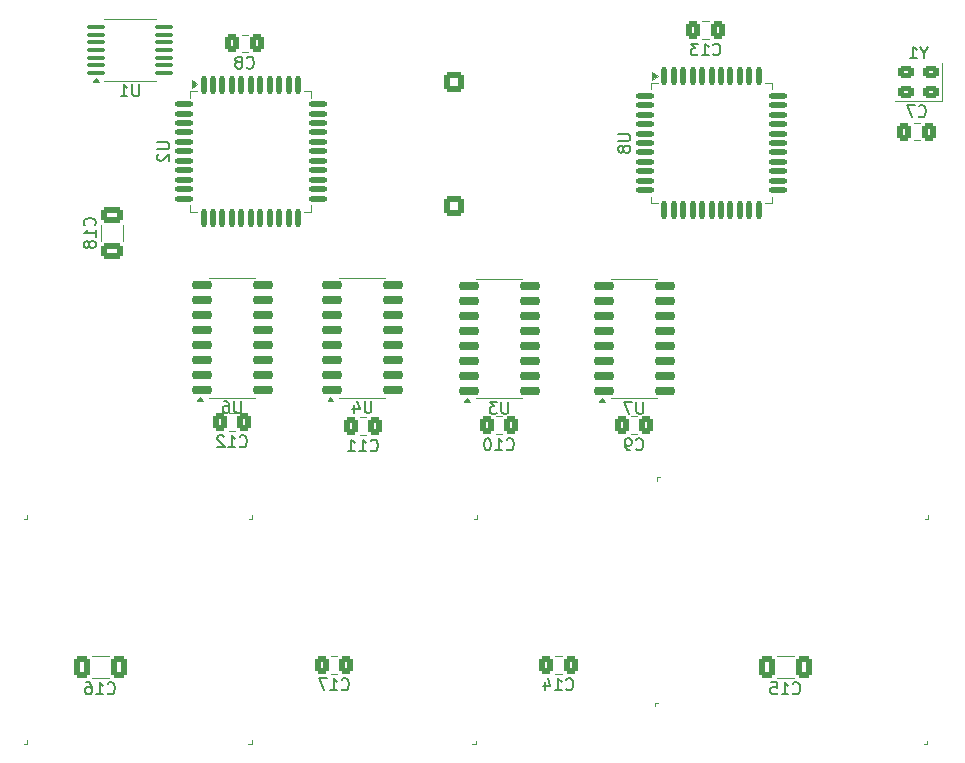
<source format=gbr>
%TF.GenerationSoftware,KiCad,Pcbnew,9.0.3*%
%TF.CreationDate,2025-08-24T22:33:59+02:00*%
%TF.ProjectId,test,74657374-2e6b-4696-9361-645f70636258,rev?*%
%TF.SameCoordinates,Original*%
%TF.FileFunction,Legend,Bot*%
%TF.FilePolarity,Positive*%
%FSLAX46Y46*%
G04 Gerber Fmt 4.6, Leading zero omitted, Abs format (unit mm)*
G04 Created by KiCad (PCBNEW 9.0.3) date 2025-08-24 22:33:59*
%MOMM*%
%LPD*%
G01*
G04 APERTURE LIST*
G04 Aperture macros list*
%AMRoundRect*
0 Rectangle with rounded corners*
0 $1 Rounding radius*
0 $2 $3 $4 $5 $6 $7 $8 $9 X,Y pos of 4 corners*
0 Add a 4 corners polygon primitive as box body*
4,1,4,$2,$3,$4,$5,$6,$7,$8,$9,$2,$3,0*
0 Add four circle primitives for the rounded corners*
1,1,$1+$1,$2,$3*
1,1,$1+$1,$4,$5*
1,1,$1+$1,$6,$7*
1,1,$1+$1,$8,$9*
0 Add four rect primitives between the rounded corners*
20,1,$1+$1,$2,$3,$4,$5,0*
20,1,$1+$1,$4,$5,$6,$7,0*
20,1,$1+$1,$6,$7,$8,$9,0*
20,1,$1+$1,$8,$9,$2,$3,0*%
G04 Aperture macros list end*
%ADD10C,0.150000*%
%ADD11C,0.120000*%
%ADD12C,1.700000*%
%ADD13C,4.000000*%
%ADD14C,2.200000*%
%ADD15R,1.800000X0.900000*%
%ADD16RoundRect,0.250000X0.600000X-0.600000X0.600000X0.600000X-0.600000X0.600000X-0.600000X-0.600000X0*%
%ADD17RoundRect,0.250000X-0.600000X-0.600000X0.600000X-0.600000X0.600000X0.600000X-0.600000X0.600000X0*%
%ADD18C,2.540000*%
%ADD19R,1.500000X2.000000*%
%ADD20C,1.800000*%
%ADD21C,1.750000*%
%ADD22RoundRect,0.250000X-0.412500X-0.650000X0.412500X-0.650000X0.412500X0.650000X-0.412500X0.650000X0*%
%ADD23RoundRect,0.250000X-0.337500X-0.475000X0.337500X-0.475000X0.337500X0.475000X-0.337500X0.475000X0*%
%ADD24RoundRect,0.150000X-0.725000X-0.150000X0.725000X-0.150000X0.725000X0.150000X-0.725000X0.150000X0*%
%ADD25RoundRect,0.100000X-0.637500X-0.100000X0.637500X-0.100000X0.637500X0.100000X-0.637500X0.100000X0*%
%ADD26RoundRect,0.250000X0.337500X0.475000X-0.337500X0.475000X-0.337500X-0.475000X0.337500X-0.475000X0*%
%ADD27RoundRect,0.137500X-0.137500X0.600000X-0.137500X-0.600000X0.137500X-0.600000X0.137500X0.600000X0*%
%ADD28RoundRect,0.137500X-0.600000X0.137500X-0.600000X-0.137500X0.600000X-0.137500X0.600000X0.137500X0*%
%ADD29RoundRect,0.250000X0.400000X0.300000X-0.400000X0.300000X-0.400000X-0.300000X0.400000X-0.300000X0*%
%ADD30RoundRect,0.250000X-0.650000X0.412500X-0.650000X-0.412500X0.650000X-0.412500X0.650000X0.412500X0*%
G04 APERTURE END LIST*
D10*
X34170857Y-140555580D02*
X34218476Y-140603200D01*
X34218476Y-140603200D02*
X34361333Y-140650819D01*
X34361333Y-140650819D02*
X34456571Y-140650819D01*
X34456571Y-140650819D02*
X34599428Y-140603200D01*
X34599428Y-140603200D02*
X34694666Y-140507961D01*
X34694666Y-140507961D02*
X34742285Y-140412723D01*
X34742285Y-140412723D02*
X34789904Y-140222247D01*
X34789904Y-140222247D02*
X34789904Y-140079390D01*
X34789904Y-140079390D02*
X34742285Y-139888914D01*
X34742285Y-139888914D02*
X34694666Y-139793676D01*
X34694666Y-139793676D02*
X34599428Y-139698438D01*
X34599428Y-139698438D02*
X34456571Y-139650819D01*
X34456571Y-139650819D02*
X34361333Y-139650819D01*
X34361333Y-139650819D02*
X34218476Y-139698438D01*
X34218476Y-139698438D02*
X34170857Y-139746057D01*
X33218476Y-140650819D02*
X33789904Y-140650819D01*
X33504190Y-140650819D02*
X33504190Y-139650819D01*
X33504190Y-139650819D02*
X33599428Y-139793676D01*
X33599428Y-139793676D02*
X33694666Y-139888914D01*
X33694666Y-139888914D02*
X33789904Y-139936533D01*
X32361333Y-139650819D02*
X32551809Y-139650819D01*
X32551809Y-139650819D02*
X32647047Y-139698438D01*
X32647047Y-139698438D02*
X32694666Y-139746057D01*
X32694666Y-139746057D02*
X32789904Y-139888914D01*
X32789904Y-139888914D02*
X32837523Y-140079390D01*
X32837523Y-140079390D02*
X32837523Y-140460342D01*
X32837523Y-140460342D02*
X32789904Y-140555580D01*
X32789904Y-140555580D02*
X32742285Y-140603200D01*
X32742285Y-140603200D02*
X32647047Y-140650819D01*
X32647047Y-140650819D02*
X32456571Y-140650819D01*
X32456571Y-140650819D02*
X32361333Y-140603200D01*
X32361333Y-140603200D02*
X32313714Y-140555580D01*
X32313714Y-140555580D02*
X32266095Y-140460342D01*
X32266095Y-140460342D02*
X32266095Y-140222247D01*
X32266095Y-140222247D02*
X32313714Y-140127009D01*
X32313714Y-140127009D02*
X32361333Y-140079390D01*
X32361333Y-140079390D02*
X32456571Y-140031771D01*
X32456571Y-140031771D02*
X32647047Y-140031771D01*
X32647047Y-140031771D02*
X32742285Y-140079390D01*
X32742285Y-140079390D02*
X32789904Y-140127009D01*
X32789904Y-140127009D02*
X32837523Y-140222247D01*
X45937466Y-87586780D02*
X45985085Y-87634400D01*
X45985085Y-87634400D02*
X46127942Y-87682019D01*
X46127942Y-87682019D02*
X46223180Y-87682019D01*
X46223180Y-87682019D02*
X46366037Y-87634400D01*
X46366037Y-87634400D02*
X46461275Y-87539161D01*
X46461275Y-87539161D02*
X46508894Y-87443923D01*
X46508894Y-87443923D02*
X46556513Y-87253447D01*
X46556513Y-87253447D02*
X46556513Y-87110590D01*
X46556513Y-87110590D02*
X46508894Y-86920114D01*
X46508894Y-86920114D02*
X46461275Y-86824876D01*
X46461275Y-86824876D02*
X46366037Y-86729638D01*
X46366037Y-86729638D02*
X46223180Y-86682019D01*
X46223180Y-86682019D02*
X46127942Y-86682019D01*
X46127942Y-86682019D02*
X45985085Y-86729638D01*
X45985085Y-86729638D02*
X45937466Y-86777257D01*
X45366037Y-87110590D02*
X45461275Y-87062971D01*
X45461275Y-87062971D02*
X45508894Y-87015352D01*
X45508894Y-87015352D02*
X45556513Y-86920114D01*
X45556513Y-86920114D02*
X45556513Y-86872495D01*
X45556513Y-86872495D02*
X45508894Y-86777257D01*
X45508894Y-86777257D02*
X45461275Y-86729638D01*
X45461275Y-86729638D02*
X45366037Y-86682019D01*
X45366037Y-86682019D02*
X45175561Y-86682019D01*
X45175561Y-86682019D02*
X45080323Y-86729638D01*
X45080323Y-86729638D02*
X45032704Y-86777257D01*
X45032704Y-86777257D02*
X44985085Y-86872495D01*
X44985085Y-86872495D02*
X44985085Y-86920114D01*
X44985085Y-86920114D02*
X45032704Y-87015352D01*
X45032704Y-87015352D02*
X45080323Y-87062971D01*
X45080323Y-87062971D02*
X45175561Y-87110590D01*
X45175561Y-87110590D02*
X45366037Y-87110590D01*
X45366037Y-87110590D02*
X45461275Y-87158209D01*
X45461275Y-87158209D02*
X45508894Y-87205828D01*
X45508894Y-87205828D02*
X45556513Y-87301066D01*
X45556513Y-87301066D02*
X45556513Y-87491542D01*
X45556513Y-87491542D02*
X45508894Y-87586780D01*
X45508894Y-87586780D02*
X45461275Y-87634400D01*
X45461275Y-87634400D02*
X45366037Y-87682019D01*
X45366037Y-87682019D02*
X45175561Y-87682019D01*
X45175561Y-87682019D02*
X45080323Y-87634400D01*
X45080323Y-87634400D02*
X45032704Y-87586780D01*
X45032704Y-87586780D02*
X44985085Y-87491542D01*
X44985085Y-87491542D02*
X44985085Y-87301066D01*
X44985085Y-87301066D02*
X45032704Y-87205828D01*
X45032704Y-87205828D02*
X45080323Y-87158209D01*
X45080323Y-87158209D02*
X45175561Y-87110590D01*
X92184457Y-140555580D02*
X92232076Y-140603200D01*
X92232076Y-140603200D02*
X92374933Y-140650819D01*
X92374933Y-140650819D02*
X92470171Y-140650819D01*
X92470171Y-140650819D02*
X92613028Y-140603200D01*
X92613028Y-140603200D02*
X92708266Y-140507961D01*
X92708266Y-140507961D02*
X92755885Y-140412723D01*
X92755885Y-140412723D02*
X92803504Y-140222247D01*
X92803504Y-140222247D02*
X92803504Y-140079390D01*
X92803504Y-140079390D02*
X92755885Y-139888914D01*
X92755885Y-139888914D02*
X92708266Y-139793676D01*
X92708266Y-139793676D02*
X92613028Y-139698438D01*
X92613028Y-139698438D02*
X92470171Y-139650819D01*
X92470171Y-139650819D02*
X92374933Y-139650819D01*
X92374933Y-139650819D02*
X92232076Y-139698438D01*
X92232076Y-139698438D02*
X92184457Y-139746057D01*
X91232076Y-140650819D02*
X91803504Y-140650819D01*
X91517790Y-140650819D02*
X91517790Y-139650819D01*
X91517790Y-139650819D02*
X91613028Y-139793676D01*
X91613028Y-139793676D02*
X91708266Y-139888914D01*
X91708266Y-139888914D02*
X91803504Y-139936533D01*
X90327314Y-139650819D02*
X90803504Y-139650819D01*
X90803504Y-139650819D02*
X90851123Y-140127009D01*
X90851123Y-140127009D02*
X90803504Y-140079390D01*
X90803504Y-140079390D02*
X90708266Y-140031771D01*
X90708266Y-140031771D02*
X90470171Y-140031771D01*
X90470171Y-140031771D02*
X90374933Y-140079390D01*
X90374933Y-140079390D02*
X90327314Y-140127009D01*
X90327314Y-140127009D02*
X90279695Y-140222247D01*
X90279695Y-140222247D02*
X90279695Y-140460342D01*
X90279695Y-140460342D02*
X90327314Y-140555580D01*
X90327314Y-140555580D02*
X90374933Y-140603200D01*
X90374933Y-140603200D02*
X90470171Y-140650819D01*
X90470171Y-140650819D02*
X90708266Y-140650819D01*
X90708266Y-140650819D02*
X90803504Y-140603200D01*
X90803504Y-140603200D02*
X90851123Y-140555580D01*
X79501904Y-115895619D02*
X79501904Y-116705142D01*
X79501904Y-116705142D02*
X79454285Y-116800380D01*
X79454285Y-116800380D02*
X79406666Y-116848000D01*
X79406666Y-116848000D02*
X79311428Y-116895619D01*
X79311428Y-116895619D02*
X79120952Y-116895619D01*
X79120952Y-116895619D02*
X79025714Y-116848000D01*
X79025714Y-116848000D02*
X78978095Y-116800380D01*
X78978095Y-116800380D02*
X78930476Y-116705142D01*
X78930476Y-116705142D02*
X78930476Y-115895619D01*
X78549523Y-115895619D02*
X77882857Y-115895619D01*
X77882857Y-115895619D02*
X78311428Y-116895619D01*
X36829904Y-89010819D02*
X36829904Y-89820342D01*
X36829904Y-89820342D02*
X36782285Y-89915580D01*
X36782285Y-89915580D02*
X36734666Y-89963200D01*
X36734666Y-89963200D02*
X36639428Y-90010819D01*
X36639428Y-90010819D02*
X36448952Y-90010819D01*
X36448952Y-90010819D02*
X36353714Y-89963200D01*
X36353714Y-89963200D02*
X36306095Y-89915580D01*
X36306095Y-89915580D02*
X36258476Y-89820342D01*
X36258476Y-89820342D02*
X36258476Y-89010819D01*
X35258476Y-90010819D02*
X35829904Y-90010819D01*
X35544190Y-90010819D02*
X35544190Y-89010819D01*
X35544190Y-89010819D02*
X35639428Y-89153676D01*
X35639428Y-89153676D02*
X35734666Y-89248914D01*
X35734666Y-89248914D02*
X35829904Y-89296533D01*
X53982857Y-140215580D02*
X54030476Y-140263200D01*
X54030476Y-140263200D02*
X54173333Y-140310819D01*
X54173333Y-140310819D02*
X54268571Y-140310819D01*
X54268571Y-140310819D02*
X54411428Y-140263200D01*
X54411428Y-140263200D02*
X54506666Y-140167961D01*
X54506666Y-140167961D02*
X54554285Y-140072723D01*
X54554285Y-140072723D02*
X54601904Y-139882247D01*
X54601904Y-139882247D02*
X54601904Y-139739390D01*
X54601904Y-139739390D02*
X54554285Y-139548914D01*
X54554285Y-139548914D02*
X54506666Y-139453676D01*
X54506666Y-139453676D02*
X54411428Y-139358438D01*
X54411428Y-139358438D02*
X54268571Y-139310819D01*
X54268571Y-139310819D02*
X54173333Y-139310819D01*
X54173333Y-139310819D02*
X54030476Y-139358438D01*
X54030476Y-139358438D02*
X53982857Y-139406057D01*
X53030476Y-140310819D02*
X53601904Y-140310819D01*
X53316190Y-140310819D02*
X53316190Y-139310819D01*
X53316190Y-139310819D02*
X53411428Y-139453676D01*
X53411428Y-139453676D02*
X53506666Y-139548914D01*
X53506666Y-139548914D02*
X53601904Y-139596533D01*
X52697142Y-139310819D02*
X52030476Y-139310819D01*
X52030476Y-139310819D02*
X52459047Y-140310819D01*
X102833466Y-91694380D02*
X102881085Y-91742000D01*
X102881085Y-91742000D02*
X103023942Y-91789619D01*
X103023942Y-91789619D02*
X103119180Y-91789619D01*
X103119180Y-91789619D02*
X103262037Y-91742000D01*
X103262037Y-91742000D02*
X103357275Y-91646761D01*
X103357275Y-91646761D02*
X103404894Y-91551523D01*
X103404894Y-91551523D02*
X103452513Y-91361047D01*
X103452513Y-91361047D02*
X103452513Y-91218190D01*
X103452513Y-91218190D02*
X103404894Y-91027714D01*
X103404894Y-91027714D02*
X103357275Y-90932476D01*
X103357275Y-90932476D02*
X103262037Y-90837238D01*
X103262037Y-90837238D02*
X103119180Y-90789619D01*
X103119180Y-90789619D02*
X103023942Y-90789619D01*
X103023942Y-90789619D02*
X102881085Y-90837238D01*
X102881085Y-90837238D02*
X102833466Y-90884857D01*
X102500132Y-90789619D02*
X101833466Y-90789619D01*
X101833466Y-90789619D02*
X102262037Y-91789619D01*
X72982057Y-140215580D02*
X73029676Y-140263200D01*
X73029676Y-140263200D02*
X73172533Y-140310819D01*
X73172533Y-140310819D02*
X73267771Y-140310819D01*
X73267771Y-140310819D02*
X73410628Y-140263200D01*
X73410628Y-140263200D02*
X73505866Y-140167961D01*
X73505866Y-140167961D02*
X73553485Y-140072723D01*
X73553485Y-140072723D02*
X73601104Y-139882247D01*
X73601104Y-139882247D02*
X73601104Y-139739390D01*
X73601104Y-139739390D02*
X73553485Y-139548914D01*
X73553485Y-139548914D02*
X73505866Y-139453676D01*
X73505866Y-139453676D02*
X73410628Y-139358438D01*
X73410628Y-139358438D02*
X73267771Y-139310819D01*
X73267771Y-139310819D02*
X73172533Y-139310819D01*
X73172533Y-139310819D02*
X73029676Y-139358438D01*
X73029676Y-139358438D02*
X72982057Y-139406057D01*
X72029676Y-140310819D02*
X72601104Y-140310819D01*
X72315390Y-140310819D02*
X72315390Y-139310819D01*
X72315390Y-139310819D02*
X72410628Y-139453676D01*
X72410628Y-139453676D02*
X72505866Y-139548914D01*
X72505866Y-139548914D02*
X72601104Y-139596533D01*
X71172533Y-139644152D02*
X71172533Y-140310819D01*
X71410628Y-139263200D02*
X71648723Y-139977485D01*
X71648723Y-139977485D02*
X71029676Y-139977485D01*
X67952857Y-119895580D02*
X68000476Y-119943200D01*
X68000476Y-119943200D02*
X68143333Y-119990819D01*
X68143333Y-119990819D02*
X68238571Y-119990819D01*
X68238571Y-119990819D02*
X68381428Y-119943200D01*
X68381428Y-119943200D02*
X68476666Y-119847961D01*
X68476666Y-119847961D02*
X68524285Y-119752723D01*
X68524285Y-119752723D02*
X68571904Y-119562247D01*
X68571904Y-119562247D02*
X68571904Y-119419390D01*
X68571904Y-119419390D02*
X68524285Y-119228914D01*
X68524285Y-119228914D02*
X68476666Y-119133676D01*
X68476666Y-119133676D02*
X68381428Y-119038438D01*
X68381428Y-119038438D02*
X68238571Y-118990819D01*
X68238571Y-118990819D02*
X68143333Y-118990819D01*
X68143333Y-118990819D02*
X68000476Y-119038438D01*
X68000476Y-119038438D02*
X67952857Y-119086057D01*
X67000476Y-119990819D02*
X67571904Y-119990819D01*
X67286190Y-119990819D02*
X67286190Y-118990819D01*
X67286190Y-118990819D02*
X67381428Y-119133676D01*
X67381428Y-119133676D02*
X67476666Y-119228914D01*
X67476666Y-119228914D02*
X67571904Y-119276533D01*
X66381428Y-118990819D02*
X66286190Y-118990819D01*
X66286190Y-118990819D02*
X66190952Y-119038438D01*
X66190952Y-119038438D02*
X66143333Y-119086057D01*
X66143333Y-119086057D02*
X66095714Y-119181295D01*
X66095714Y-119181295D02*
X66048095Y-119371771D01*
X66048095Y-119371771D02*
X66048095Y-119609866D01*
X66048095Y-119609866D02*
X66095714Y-119800342D01*
X66095714Y-119800342D02*
X66143333Y-119895580D01*
X66143333Y-119895580D02*
X66190952Y-119943200D01*
X66190952Y-119943200D02*
X66286190Y-119990819D01*
X66286190Y-119990819D02*
X66381428Y-119990819D01*
X66381428Y-119990819D02*
X66476666Y-119943200D01*
X66476666Y-119943200D02*
X66524285Y-119895580D01*
X66524285Y-119895580D02*
X66571904Y-119800342D01*
X66571904Y-119800342D02*
X66619523Y-119609866D01*
X66619523Y-119609866D02*
X66619523Y-119371771D01*
X66619523Y-119371771D02*
X66571904Y-119181295D01*
X66571904Y-119181295D02*
X66524285Y-119086057D01*
X66524285Y-119086057D02*
X66476666Y-119038438D01*
X66476666Y-119038438D02*
X66381428Y-118990819D01*
X78906666Y-119895580D02*
X78954285Y-119943200D01*
X78954285Y-119943200D02*
X79097142Y-119990819D01*
X79097142Y-119990819D02*
X79192380Y-119990819D01*
X79192380Y-119990819D02*
X79335237Y-119943200D01*
X79335237Y-119943200D02*
X79430475Y-119847961D01*
X79430475Y-119847961D02*
X79478094Y-119752723D01*
X79478094Y-119752723D02*
X79525713Y-119562247D01*
X79525713Y-119562247D02*
X79525713Y-119419390D01*
X79525713Y-119419390D02*
X79478094Y-119228914D01*
X79478094Y-119228914D02*
X79430475Y-119133676D01*
X79430475Y-119133676D02*
X79335237Y-119038438D01*
X79335237Y-119038438D02*
X79192380Y-118990819D01*
X79192380Y-118990819D02*
X79097142Y-118990819D01*
X79097142Y-118990819D02*
X78954285Y-119038438D01*
X78954285Y-119038438D02*
X78906666Y-119086057D01*
X78430475Y-119990819D02*
X78239999Y-119990819D01*
X78239999Y-119990819D02*
X78144761Y-119943200D01*
X78144761Y-119943200D02*
X78097142Y-119895580D01*
X78097142Y-119895580D02*
X78001904Y-119752723D01*
X78001904Y-119752723D02*
X77954285Y-119562247D01*
X77954285Y-119562247D02*
X77954285Y-119181295D01*
X77954285Y-119181295D02*
X78001904Y-119086057D01*
X78001904Y-119086057D02*
X78049523Y-119038438D01*
X78049523Y-119038438D02*
X78144761Y-118990819D01*
X78144761Y-118990819D02*
X78335237Y-118990819D01*
X78335237Y-118990819D02*
X78430475Y-119038438D01*
X78430475Y-119038438D02*
X78478094Y-119086057D01*
X78478094Y-119086057D02*
X78525713Y-119181295D01*
X78525713Y-119181295D02*
X78525713Y-119419390D01*
X78525713Y-119419390D02*
X78478094Y-119514628D01*
X78478094Y-119514628D02*
X78430475Y-119562247D01*
X78430475Y-119562247D02*
X78335237Y-119609866D01*
X78335237Y-119609866D02*
X78144761Y-119609866D01*
X78144761Y-119609866D02*
X78049523Y-119562247D01*
X78049523Y-119562247D02*
X78001904Y-119514628D01*
X78001904Y-119514628D02*
X77954285Y-119419390D01*
X38383619Y-93929295D02*
X39193142Y-93929295D01*
X39193142Y-93929295D02*
X39288380Y-93976914D01*
X39288380Y-93976914D02*
X39336000Y-94024533D01*
X39336000Y-94024533D02*
X39383619Y-94119771D01*
X39383619Y-94119771D02*
X39383619Y-94310247D01*
X39383619Y-94310247D02*
X39336000Y-94405485D01*
X39336000Y-94405485D02*
X39288380Y-94453104D01*
X39288380Y-94453104D02*
X39193142Y-94500723D01*
X39193142Y-94500723D02*
X38383619Y-94500723D01*
X38478857Y-94929295D02*
X38431238Y-94976914D01*
X38431238Y-94976914D02*
X38383619Y-95072152D01*
X38383619Y-95072152D02*
X38383619Y-95310247D01*
X38383619Y-95310247D02*
X38431238Y-95405485D01*
X38431238Y-95405485D02*
X38478857Y-95453104D01*
X38478857Y-95453104D02*
X38574095Y-95500723D01*
X38574095Y-95500723D02*
X38669333Y-95500723D01*
X38669333Y-95500723D02*
X38812190Y-95453104D01*
X38812190Y-95453104D02*
X39383619Y-94881676D01*
X39383619Y-94881676D02*
X39383619Y-95500723D01*
X45346857Y-119641580D02*
X45394476Y-119689200D01*
X45394476Y-119689200D02*
X45537333Y-119736819D01*
X45537333Y-119736819D02*
X45632571Y-119736819D01*
X45632571Y-119736819D02*
X45775428Y-119689200D01*
X45775428Y-119689200D02*
X45870666Y-119593961D01*
X45870666Y-119593961D02*
X45918285Y-119498723D01*
X45918285Y-119498723D02*
X45965904Y-119308247D01*
X45965904Y-119308247D02*
X45965904Y-119165390D01*
X45965904Y-119165390D02*
X45918285Y-118974914D01*
X45918285Y-118974914D02*
X45870666Y-118879676D01*
X45870666Y-118879676D02*
X45775428Y-118784438D01*
X45775428Y-118784438D02*
X45632571Y-118736819D01*
X45632571Y-118736819D02*
X45537333Y-118736819D01*
X45537333Y-118736819D02*
X45394476Y-118784438D01*
X45394476Y-118784438D02*
X45346857Y-118832057D01*
X44394476Y-119736819D02*
X44965904Y-119736819D01*
X44680190Y-119736819D02*
X44680190Y-118736819D01*
X44680190Y-118736819D02*
X44775428Y-118879676D01*
X44775428Y-118879676D02*
X44870666Y-118974914D01*
X44870666Y-118974914D02*
X44965904Y-119022533D01*
X44013523Y-118832057D02*
X43965904Y-118784438D01*
X43965904Y-118784438D02*
X43870666Y-118736819D01*
X43870666Y-118736819D02*
X43632571Y-118736819D01*
X43632571Y-118736819D02*
X43537333Y-118784438D01*
X43537333Y-118784438D02*
X43489714Y-118832057D01*
X43489714Y-118832057D02*
X43442095Y-118927295D01*
X43442095Y-118927295D02*
X43442095Y-119022533D01*
X43442095Y-119022533D02*
X43489714Y-119165390D01*
X43489714Y-119165390D02*
X44061142Y-119736819D01*
X44061142Y-119736819D02*
X43442095Y-119736819D01*
X103295390Y-86339428D02*
X103295390Y-86815619D01*
X103628723Y-85815619D02*
X103295390Y-86339428D01*
X103295390Y-86339428D02*
X102962057Y-85815619D01*
X102104914Y-86815619D02*
X102676342Y-86815619D01*
X102390628Y-86815619D02*
X102390628Y-85815619D01*
X102390628Y-85815619D02*
X102485866Y-85958476D01*
X102485866Y-85958476D02*
X102581104Y-86053714D01*
X102581104Y-86053714D02*
X102676342Y-86101333D01*
X85428057Y-86469180D02*
X85475676Y-86516800D01*
X85475676Y-86516800D02*
X85618533Y-86564419D01*
X85618533Y-86564419D02*
X85713771Y-86564419D01*
X85713771Y-86564419D02*
X85856628Y-86516800D01*
X85856628Y-86516800D02*
X85951866Y-86421561D01*
X85951866Y-86421561D02*
X85999485Y-86326323D01*
X85999485Y-86326323D02*
X86047104Y-86135847D01*
X86047104Y-86135847D02*
X86047104Y-85992990D01*
X86047104Y-85992990D02*
X85999485Y-85802514D01*
X85999485Y-85802514D02*
X85951866Y-85707276D01*
X85951866Y-85707276D02*
X85856628Y-85612038D01*
X85856628Y-85612038D02*
X85713771Y-85564419D01*
X85713771Y-85564419D02*
X85618533Y-85564419D01*
X85618533Y-85564419D02*
X85475676Y-85612038D01*
X85475676Y-85612038D02*
X85428057Y-85659657D01*
X84475676Y-86564419D02*
X85047104Y-86564419D01*
X84761390Y-86564419D02*
X84761390Y-85564419D01*
X84761390Y-85564419D02*
X84856628Y-85707276D01*
X84856628Y-85707276D02*
X84951866Y-85802514D01*
X84951866Y-85802514D02*
X85047104Y-85850133D01*
X84142342Y-85564419D02*
X83523295Y-85564419D01*
X83523295Y-85564419D02*
X83856628Y-85945371D01*
X83856628Y-85945371D02*
X83713771Y-85945371D01*
X83713771Y-85945371D02*
X83618533Y-85992990D01*
X83618533Y-85992990D02*
X83570914Y-86040609D01*
X83570914Y-86040609D02*
X83523295Y-86135847D01*
X83523295Y-86135847D02*
X83523295Y-86373942D01*
X83523295Y-86373942D02*
X83570914Y-86469180D01*
X83570914Y-86469180D02*
X83618533Y-86516800D01*
X83618533Y-86516800D02*
X83713771Y-86564419D01*
X83713771Y-86564419D02*
X83999485Y-86564419D01*
X83999485Y-86564419D02*
X84094723Y-86516800D01*
X84094723Y-86516800D02*
X84142342Y-86469180D01*
X68071904Y-115895619D02*
X68071904Y-116705142D01*
X68071904Y-116705142D02*
X68024285Y-116800380D01*
X68024285Y-116800380D02*
X67976666Y-116848000D01*
X67976666Y-116848000D02*
X67881428Y-116895619D01*
X67881428Y-116895619D02*
X67690952Y-116895619D01*
X67690952Y-116895619D02*
X67595714Y-116848000D01*
X67595714Y-116848000D02*
X67548095Y-116800380D01*
X67548095Y-116800380D02*
X67500476Y-116705142D01*
X67500476Y-116705142D02*
X67500476Y-115895619D01*
X67119523Y-115895619D02*
X66500476Y-115895619D01*
X66500476Y-115895619D02*
X66833809Y-116276571D01*
X66833809Y-116276571D02*
X66690952Y-116276571D01*
X66690952Y-116276571D02*
X66595714Y-116324190D01*
X66595714Y-116324190D02*
X66548095Y-116371809D01*
X66548095Y-116371809D02*
X66500476Y-116467047D01*
X66500476Y-116467047D02*
X66500476Y-116705142D01*
X66500476Y-116705142D02*
X66548095Y-116800380D01*
X66548095Y-116800380D02*
X66595714Y-116848000D01*
X66595714Y-116848000D02*
X66690952Y-116895619D01*
X66690952Y-116895619D02*
X66976666Y-116895619D01*
X66976666Y-116895619D02*
X67071904Y-116848000D01*
X67071904Y-116848000D02*
X67119523Y-116800380D01*
X45465904Y-115844819D02*
X45465904Y-116654342D01*
X45465904Y-116654342D02*
X45418285Y-116749580D01*
X45418285Y-116749580D02*
X45370666Y-116797200D01*
X45370666Y-116797200D02*
X45275428Y-116844819D01*
X45275428Y-116844819D02*
X45084952Y-116844819D01*
X45084952Y-116844819D02*
X44989714Y-116797200D01*
X44989714Y-116797200D02*
X44942095Y-116749580D01*
X44942095Y-116749580D02*
X44894476Y-116654342D01*
X44894476Y-116654342D02*
X44894476Y-115844819D01*
X43989714Y-115844819D02*
X44180190Y-115844819D01*
X44180190Y-115844819D02*
X44275428Y-115892438D01*
X44275428Y-115892438D02*
X44323047Y-115940057D01*
X44323047Y-115940057D02*
X44418285Y-116082914D01*
X44418285Y-116082914D02*
X44465904Y-116273390D01*
X44465904Y-116273390D02*
X44465904Y-116654342D01*
X44465904Y-116654342D02*
X44418285Y-116749580D01*
X44418285Y-116749580D02*
X44370666Y-116797200D01*
X44370666Y-116797200D02*
X44275428Y-116844819D01*
X44275428Y-116844819D02*
X44084952Y-116844819D01*
X44084952Y-116844819D02*
X43989714Y-116797200D01*
X43989714Y-116797200D02*
X43942095Y-116749580D01*
X43942095Y-116749580D02*
X43894476Y-116654342D01*
X43894476Y-116654342D02*
X43894476Y-116416247D01*
X43894476Y-116416247D02*
X43942095Y-116321009D01*
X43942095Y-116321009D02*
X43989714Y-116273390D01*
X43989714Y-116273390D02*
X44084952Y-116225771D01*
X44084952Y-116225771D02*
X44275428Y-116225771D01*
X44275428Y-116225771D02*
X44370666Y-116273390D01*
X44370666Y-116273390D02*
X44418285Y-116321009D01*
X44418285Y-116321009D02*
X44465904Y-116416247D01*
X56489504Y-115844819D02*
X56489504Y-116654342D01*
X56489504Y-116654342D02*
X56441885Y-116749580D01*
X56441885Y-116749580D02*
X56394266Y-116797200D01*
X56394266Y-116797200D02*
X56299028Y-116844819D01*
X56299028Y-116844819D02*
X56108552Y-116844819D01*
X56108552Y-116844819D02*
X56013314Y-116797200D01*
X56013314Y-116797200D02*
X55965695Y-116749580D01*
X55965695Y-116749580D02*
X55918076Y-116654342D01*
X55918076Y-116654342D02*
X55918076Y-115844819D01*
X55013314Y-116178152D02*
X55013314Y-116844819D01*
X55251409Y-115797200D02*
X55489504Y-116511485D01*
X55489504Y-116511485D02*
X54870457Y-116511485D01*
X33053580Y-100957142D02*
X33101200Y-100909523D01*
X33101200Y-100909523D02*
X33148819Y-100766666D01*
X33148819Y-100766666D02*
X33148819Y-100671428D01*
X33148819Y-100671428D02*
X33101200Y-100528571D01*
X33101200Y-100528571D02*
X33005961Y-100433333D01*
X33005961Y-100433333D02*
X32910723Y-100385714D01*
X32910723Y-100385714D02*
X32720247Y-100338095D01*
X32720247Y-100338095D02*
X32577390Y-100338095D01*
X32577390Y-100338095D02*
X32386914Y-100385714D01*
X32386914Y-100385714D02*
X32291676Y-100433333D01*
X32291676Y-100433333D02*
X32196438Y-100528571D01*
X32196438Y-100528571D02*
X32148819Y-100671428D01*
X32148819Y-100671428D02*
X32148819Y-100766666D01*
X32148819Y-100766666D02*
X32196438Y-100909523D01*
X32196438Y-100909523D02*
X32244057Y-100957142D01*
X33148819Y-101909523D02*
X33148819Y-101338095D01*
X33148819Y-101623809D02*
X32148819Y-101623809D01*
X32148819Y-101623809D02*
X32291676Y-101528571D01*
X32291676Y-101528571D02*
X32386914Y-101433333D01*
X32386914Y-101433333D02*
X32434533Y-101338095D01*
X32577390Y-102480952D02*
X32529771Y-102385714D01*
X32529771Y-102385714D02*
X32482152Y-102338095D01*
X32482152Y-102338095D02*
X32386914Y-102290476D01*
X32386914Y-102290476D02*
X32339295Y-102290476D01*
X32339295Y-102290476D02*
X32244057Y-102338095D01*
X32244057Y-102338095D02*
X32196438Y-102385714D01*
X32196438Y-102385714D02*
X32148819Y-102480952D01*
X32148819Y-102480952D02*
X32148819Y-102671428D01*
X32148819Y-102671428D02*
X32196438Y-102766666D01*
X32196438Y-102766666D02*
X32244057Y-102814285D01*
X32244057Y-102814285D02*
X32339295Y-102861904D01*
X32339295Y-102861904D02*
X32386914Y-102861904D01*
X32386914Y-102861904D02*
X32482152Y-102814285D01*
X32482152Y-102814285D02*
X32529771Y-102766666D01*
X32529771Y-102766666D02*
X32577390Y-102671428D01*
X32577390Y-102671428D02*
X32577390Y-102480952D01*
X32577390Y-102480952D02*
X32625009Y-102385714D01*
X32625009Y-102385714D02*
X32672628Y-102338095D01*
X32672628Y-102338095D02*
X32767866Y-102290476D01*
X32767866Y-102290476D02*
X32958342Y-102290476D01*
X32958342Y-102290476D02*
X33053580Y-102338095D01*
X33053580Y-102338095D02*
X33101200Y-102385714D01*
X33101200Y-102385714D02*
X33148819Y-102480952D01*
X33148819Y-102480952D02*
X33148819Y-102671428D01*
X33148819Y-102671428D02*
X33101200Y-102766666D01*
X33101200Y-102766666D02*
X33053580Y-102814285D01*
X33053580Y-102814285D02*
X32958342Y-102861904D01*
X32958342Y-102861904D02*
X32767866Y-102861904D01*
X32767866Y-102861904D02*
X32672628Y-102814285D01*
X32672628Y-102814285D02*
X32625009Y-102766666D01*
X32625009Y-102766666D02*
X32577390Y-102671428D01*
X77398019Y-93218095D02*
X78207542Y-93218095D01*
X78207542Y-93218095D02*
X78302780Y-93265714D01*
X78302780Y-93265714D02*
X78350400Y-93313333D01*
X78350400Y-93313333D02*
X78398019Y-93408571D01*
X78398019Y-93408571D02*
X78398019Y-93599047D01*
X78398019Y-93599047D02*
X78350400Y-93694285D01*
X78350400Y-93694285D02*
X78302780Y-93741904D01*
X78302780Y-93741904D02*
X78207542Y-93789523D01*
X78207542Y-93789523D02*
X77398019Y-93789523D01*
X77826590Y-94408571D02*
X77778971Y-94313333D01*
X77778971Y-94313333D02*
X77731352Y-94265714D01*
X77731352Y-94265714D02*
X77636114Y-94218095D01*
X77636114Y-94218095D02*
X77588495Y-94218095D01*
X77588495Y-94218095D02*
X77493257Y-94265714D01*
X77493257Y-94265714D02*
X77445638Y-94313333D01*
X77445638Y-94313333D02*
X77398019Y-94408571D01*
X77398019Y-94408571D02*
X77398019Y-94599047D01*
X77398019Y-94599047D02*
X77445638Y-94694285D01*
X77445638Y-94694285D02*
X77493257Y-94741904D01*
X77493257Y-94741904D02*
X77588495Y-94789523D01*
X77588495Y-94789523D02*
X77636114Y-94789523D01*
X77636114Y-94789523D02*
X77731352Y-94741904D01*
X77731352Y-94741904D02*
X77778971Y-94694285D01*
X77778971Y-94694285D02*
X77826590Y-94599047D01*
X77826590Y-94599047D02*
X77826590Y-94408571D01*
X77826590Y-94408571D02*
X77874209Y-94313333D01*
X77874209Y-94313333D02*
X77921828Y-94265714D01*
X77921828Y-94265714D02*
X78017066Y-94218095D01*
X78017066Y-94218095D02*
X78207542Y-94218095D01*
X78207542Y-94218095D02*
X78302780Y-94265714D01*
X78302780Y-94265714D02*
X78350400Y-94313333D01*
X78350400Y-94313333D02*
X78398019Y-94408571D01*
X78398019Y-94408571D02*
X78398019Y-94599047D01*
X78398019Y-94599047D02*
X78350400Y-94694285D01*
X78350400Y-94694285D02*
X78302780Y-94741904D01*
X78302780Y-94741904D02*
X78207542Y-94789523D01*
X78207542Y-94789523D02*
X78017066Y-94789523D01*
X78017066Y-94789523D02*
X77921828Y-94741904D01*
X77921828Y-94741904D02*
X77874209Y-94694285D01*
X77874209Y-94694285D02*
X77826590Y-94599047D01*
X56421257Y-119997180D02*
X56468876Y-120044800D01*
X56468876Y-120044800D02*
X56611733Y-120092419D01*
X56611733Y-120092419D02*
X56706971Y-120092419D01*
X56706971Y-120092419D02*
X56849828Y-120044800D01*
X56849828Y-120044800D02*
X56945066Y-119949561D01*
X56945066Y-119949561D02*
X56992685Y-119854323D01*
X56992685Y-119854323D02*
X57040304Y-119663847D01*
X57040304Y-119663847D02*
X57040304Y-119520990D01*
X57040304Y-119520990D02*
X56992685Y-119330514D01*
X56992685Y-119330514D02*
X56945066Y-119235276D01*
X56945066Y-119235276D02*
X56849828Y-119140038D01*
X56849828Y-119140038D02*
X56706971Y-119092419D01*
X56706971Y-119092419D02*
X56611733Y-119092419D01*
X56611733Y-119092419D02*
X56468876Y-119140038D01*
X56468876Y-119140038D02*
X56421257Y-119187657D01*
X55468876Y-120092419D02*
X56040304Y-120092419D01*
X55754590Y-120092419D02*
X55754590Y-119092419D01*
X55754590Y-119092419D02*
X55849828Y-119235276D01*
X55849828Y-119235276D02*
X55945066Y-119330514D01*
X55945066Y-119330514D02*
X56040304Y-119378133D01*
X54516495Y-120092419D02*
X55087923Y-120092419D01*
X54802209Y-120092419D02*
X54802209Y-119092419D01*
X54802209Y-119092419D02*
X54897447Y-119235276D01*
X54897447Y-119235276D02*
X54992685Y-119330514D01*
X54992685Y-119330514D02*
X55087923Y-119378133D01*
D11*
%TO.C,SW2*%
X103555800Y-144876800D02*
X103555800Y-144576800D01*
X103255800Y-144876800D02*
X103555800Y-144876800D01*
%TO.C,SW7*%
X46405800Y-125801400D02*
X46405800Y-125501400D01*
X46105800Y-125801400D02*
X46405800Y-125801400D01*
%TO.C,SW4*%
X46355000Y-144851400D02*
X46355000Y-144551400D01*
X46055000Y-144851400D02*
X46355000Y-144851400D01*
%TO.C,SW5*%
X65328800Y-144876800D02*
X65328800Y-144576800D01*
X65028800Y-144876800D02*
X65328800Y-144876800D01*
%TO.C,SW3*%
X27355800Y-144851400D02*
X27355800Y-144551400D01*
X27055800Y-144851400D02*
X27355800Y-144851400D01*
%TO.C,SW6*%
X27355800Y-125801400D02*
X27355800Y-125501400D01*
X27055800Y-125801400D02*
X27355800Y-125801400D01*
%TO.C,SW10*%
X103657400Y-125801400D02*
X103657400Y-125501400D01*
X103357400Y-125801400D02*
X103657400Y-125801400D01*
%TO.C,SW1*%
X80773800Y-141384400D02*
X80473800Y-141384400D01*
X80473800Y-141384400D02*
X80473800Y-141684400D01*
%TO.C,SW8*%
X65455800Y-125801400D02*
X65455800Y-125501400D01*
X65155800Y-125801400D02*
X65455800Y-125801400D01*
%TO.C,SW9*%
X80951600Y-122283600D02*
X80651600Y-122283600D01*
X80651600Y-122283600D02*
X80651600Y-122583600D01*
%TO.C,C16*%
X32816748Y-139256000D02*
X34239252Y-139256000D01*
X32816748Y-137436000D02*
X34239252Y-137436000D01*
%TO.C,C8*%
X45509548Y-86282200D02*
X46032052Y-86282200D01*
X45509548Y-84812200D02*
X46032052Y-84812200D01*
%TO.C,C15*%
X90830348Y-139256000D02*
X92252852Y-139256000D01*
X90830348Y-137436000D02*
X92252852Y-137436000D01*
%TO.C,U7*%
X78740000Y-115600800D02*
X76790000Y-115600800D01*
X78740000Y-115600800D02*
X80690000Y-115600800D01*
X78740000Y-105480800D02*
X76790000Y-105480800D01*
X78740000Y-105480800D02*
X80690000Y-105480800D01*
X76280000Y-115875800D02*
X75800000Y-115875800D01*
X76040000Y-115545800D01*
X76280000Y-115875800D01*
G36*
X76280000Y-115875800D02*
G01*
X75800000Y-115875800D01*
X76040000Y-115545800D01*
X76280000Y-115875800D01*
G37*
%TO.C,U1*%
X36068000Y-88716000D02*
X33868000Y-88716000D01*
X36068000Y-88716000D02*
X38268000Y-88716000D01*
X36068000Y-83496000D02*
X33868000Y-83496000D01*
X36068000Y-83496000D02*
X38268000Y-83496000D01*
X33408000Y-88846000D02*
X32928000Y-88846000D01*
X33168000Y-88516000D01*
X33408000Y-88846000D01*
G36*
X33408000Y-88846000D02*
G01*
X32928000Y-88846000D01*
X33168000Y-88516000D01*
X33408000Y-88846000D01*
G37*
%TO.C,C17*%
X53078748Y-138911000D02*
X53601252Y-138911000D01*
X53078748Y-137441000D02*
X53601252Y-137441000D01*
%TO.C,C7*%
X102928052Y-92279800D02*
X102405548Y-92279800D01*
X102928052Y-93749800D02*
X102405548Y-93749800D01*
%TO.C,C14*%
X72077948Y-138911000D02*
X72600452Y-138911000D01*
X72077948Y-137441000D02*
X72600452Y-137441000D01*
%TO.C,C10*%
X67048748Y-118591000D02*
X67571252Y-118591000D01*
X67048748Y-117121000D02*
X67571252Y-117121000D01*
%TO.C,C9*%
X78478748Y-118591000D02*
X79001252Y-118591000D01*
X78478748Y-117121000D02*
X79001252Y-117121000D01*
%TO.C,U2*%
X41168800Y-89581200D02*
X41743800Y-89581200D01*
X51388800Y-89581200D02*
X50813800Y-89581200D01*
X41168800Y-90156200D02*
X41168800Y-89581200D01*
X51388800Y-90156200D02*
X51388800Y-89581200D01*
X41168800Y-99226200D02*
X41168800Y-99801200D01*
X51388800Y-99226200D02*
X51388800Y-99801200D01*
X41168800Y-99801200D02*
X41743800Y-99801200D01*
X51388800Y-99801200D02*
X50813800Y-99801200D01*
X41743800Y-88991200D02*
X41273800Y-89331200D01*
X41273800Y-88651200D01*
X41743800Y-88991200D01*
G36*
X41743800Y-88991200D02*
G01*
X41273800Y-89331200D01*
X41273800Y-88651200D01*
X41743800Y-88991200D01*
G37*
%TO.C,C12*%
X44442748Y-118337000D02*
X44965252Y-118337000D01*
X44442748Y-116867000D02*
X44965252Y-116867000D01*
%TO.C,Y1*%
X104779200Y-87175800D02*
X104779200Y-90445800D01*
X104779200Y-90445800D02*
X100859200Y-90445800D01*
%TO.C,C13*%
X84523948Y-85164600D02*
X85046452Y-85164600D01*
X84523948Y-83694600D02*
X85046452Y-83694600D01*
%TO.C,U3*%
X67310000Y-115600800D02*
X65360000Y-115600800D01*
X67310000Y-115600800D02*
X69260000Y-115600800D01*
X67310000Y-105480800D02*
X65360000Y-105480800D01*
X67310000Y-105480800D02*
X69260000Y-105480800D01*
X64850000Y-115875800D02*
X64370000Y-115875800D01*
X64610000Y-115545800D01*
X64850000Y-115875800D01*
G36*
X64850000Y-115875800D02*
G01*
X64370000Y-115875800D01*
X64610000Y-115545800D01*
X64850000Y-115875800D01*
G37*
%TO.C,U6*%
X44704000Y-115550000D02*
X42754000Y-115550000D01*
X44704000Y-115550000D02*
X46654000Y-115550000D01*
X44704000Y-105430000D02*
X42754000Y-105430000D01*
X44704000Y-105430000D02*
X46654000Y-105430000D01*
X42244000Y-115825000D02*
X41764000Y-115825000D01*
X42004000Y-115495000D01*
X42244000Y-115825000D01*
G36*
X42244000Y-115825000D02*
G01*
X41764000Y-115825000D01*
X42004000Y-115495000D01*
X42244000Y-115825000D01*
G37*
%TO.C,U4*%
X55727600Y-115550000D02*
X53777600Y-115550000D01*
X55727600Y-115550000D02*
X57677600Y-115550000D01*
X55727600Y-105430000D02*
X53777600Y-105430000D01*
X55727600Y-105430000D02*
X57677600Y-105430000D01*
X53267600Y-115825000D02*
X52787600Y-115825000D01*
X53027600Y-115495000D01*
X53267600Y-115825000D01*
G36*
X53267600Y-115825000D02*
G01*
X52787600Y-115825000D01*
X53027600Y-115495000D01*
X53267600Y-115825000D01*
G37*
%TO.C,C18*%
X33634000Y-100888748D02*
X33634000Y-102311252D01*
X35454000Y-100888748D02*
X35454000Y-102311252D01*
%TO.C,U8*%
X80183200Y-88870000D02*
X80758200Y-88870000D01*
X90403200Y-88870000D02*
X89828200Y-88870000D01*
X80183200Y-89445000D02*
X80183200Y-88870000D01*
X90403200Y-89445000D02*
X90403200Y-88870000D01*
X80183200Y-98515000D02*
X80183200Y-99090000D01*
X90403200Y-98515000D02*
X90403200Y-99090000D01*
X80183200Y-99090000D02*
X80758200Y-99090000D01*
X90403200Y-99090000D02*
X89828200Y-99090000D01*
X80758200Y-88280000D02*
X80288200Y-88620000D01*
X80288200Y-87940000D01*
X80758200Y-88280000D01*
G36*
X80758200Y-88280000D02*
G01*
X80288200Y-88620000D01*
X80288200Y-87940000D01*
X80758200Y-88280000D01*
G37*
%TO.C,C11*%
X55517148Y-118692600D02*
X56039652Y-118692600D01*
X55517148Y-117222600D02*
X56039652Y-117222600D01*
%TD*%
%LPC*%
D12*
%TO.C,SW2*%
X106730800Y-148209000D03*
D13*
X101650800Y-148209000D03*
D12*
X96570800Y-148209000D03*
D14*
X99110800Y-153289000D03*
X105460800Y-150749000D03*
D15*
X99060000Y-142431200D03*
X99060000Y-143931200D03*
X104260000Y-142431200D03*
X104260000Y-143931200D03*
%TD*%
D16*
%TO.C,J2*%
X63495000Y-99304500D03*
D12*
X63495000Y-96764500D03*
X66035000Y-99304500D03*
X66035000Y-96764500D03*
X68575000Y-99304500D03*
X68575000Y-96764500D03*
%TD*%
D16*
%TO.C,J1*%
X63495000Y-88839700D03*
D12*
X63495000Y-86299700D03*
X66035000Y-88839700D03*
X66035000Y-86299700D03*
X68575000Y-88839700D03*
X68575000Y-86299700D03*
%TD*%
%TO.C,J6*%
X24638000Y-88646000D03*
X24638000Y-91186000D03*
X24638000Y-93726000D03*
X24638000Y-96266000D03*
X24638000Y-98806000D03*
X24638000Y-101346000D03*
X24638000Y-103886000D03*
X24638000Y-106426000D03*
X24638000Y-108966000D03*
X24638000Y-111506000D03*
X22098000Y-111506000D03*
X22098000Y-108966000D03*
X22098000Y-106426000D03*
X22098000Y-103886000D03*
X22098000Y-101346000D03*
X22098000Y-98806000D03*
X22098000Y-96266000D03*
X22098000Y-93726000D03*
X22098000Y-91186000D03*
D17*
X22098000Y-88646000D03*
%TD*%
D12*
%TO.C,SW7*%
X49580800Y-129133600D03*
D13*
X44500800Y-129133600D03*
D12*
X39420800Y-129133600D03*
D14*
X41960800Y-134213600D03*
X48310800Y-131673600D03*
D15*
X41910000Y-123355800D03*
X41910000Y-124855800D03*
X47110000Y-123355800D03*
X47110000Y-124855800D03*
%TD*%
D12*
%TO.C,SW4*%
X49530000Y-148183600D03*
D13*
X44450000Y-148183600D03*
D12*
X39370000Y-148183600D03*
D14*
X41910000Y-153263600D03*
X48260000Y-150723600D03*
D15*
X41859200Y-142405800D03*
X41859200Y-143905800D03*
X47059200Y-142405800D03*
X47059200Y-143905800D03*
%TD*%
D12*
%TO.C,SW5*%
X68503800Y-148209000D03*
D13*
X63423800Y-148209000D03*
D12*
X58343800Y-148209000D03*
D14*
X60883800Y-153289000D03*
X67233800Y-150749000D03*
D15*
X60833000Y-142431200D03*
X60833000Y-143931200D03*
X66033000Y-142431200D03*
X66033000Y-143931200D03*
%TD*%
D12*
%TO.C,SW3*%
X30530800Y-148183600D03*
D13*
X25450800Y-148183600D03*
D12*
X20370800Y-148183600D03*
D14*
X22910800Y-153263600D03*
X29260800Y-150723600D03*
D15*
X22860000Y-142405800D03*
X22860000Y-143905800D03*
X28060000Y-142405800D03*
X28060000Y-143905800D03*
%TD*%
D12*
%TO.C,SW6*%
X30530800Y-129133600D03*
D13*
X25450800Y-129133600D03*
D12*
X20370800Y-129133600D03*
D14*
X22910800Y-134213600D03*
X29260800Y-131673600D03*
D15*
X22860000Y-123355800D03*
X22860000Y-124855800D03*
X28060000Y-123355800D03*
X28060000Y-124855800D03*
%TD*%
D12*
%TO.C,SW10*%
X106832400Y-129133600D03*
D13*
X101752400Y-129133600D03*
D12*
X96672400Y-129133600D03*
D14*
X99212400Y-134213600D03*
X105562400Y-131673600D03*
D15*
X99161600Y-123355800D03*
X99161600Y-124855800D03*
X104361600Y-123355800D03*
X104361600Y-124855800D03*
%TD*%
D18*
%TO.C,U5*%
X96725200Y-102041000D03*
X106725200Y-102041000D03*
X106725200Y-114691000D03*
X96725200Y-114691000D03*
D19*
X95975200Y-111866000D03*
X95975200Y-104866000D03*
X91475200Y-104866000D03*
X91475200Y-111866000D03*
D20*
X110455200Y-105866000D03*
X110455200Y-108366000D03*
X110455200Y-110866000D03*
X104225200Y-117096000D03*
X101725200Y-117096000D03*
X99225200Y-117096000D03*
%TD*%
D13*
%TO.C,SW1*%
X82473800Y-148234400D03*
D21*
X87553800Y-148234400D03*
X77393800Y-148234400D03*
D14*
X86283800Y-150774400D03*
X79933800Y-153314400D03*
D15*
X85073800Y-143934400D03*
X85073800Y-142434400D03*
X79873800Y-143934400D03*
X79873800Y-142434400D03*
%TD*%
D12*
%TO.C,SW8*%
X68630800Y-129133600D03*
D13*
X63550800Y-129133600D03*
D12*
X58470800Y-129133600D03*
D14*
X61010800Y-134213600D03*
X67360800Y-131673600D03*
D15*
X60960000Y-123355800D03*
X60960000Y-124855800D03*
X66160000Y-123355800D03*
X66160000Y-124855800D03*
%TD*%
D13*
%TO.C,SW9*%
X82651600Y-129133600D03*
D21*
X87731600Y-129133600D03*
X77571600Y-129133600D03*
D14*
X86461600Y-131673600D03*
X80111600Y-134213600D03*
D15*
X85251600Y-124833600D03*
X85251600Y-123333600D03*
X80051600Y-124833600D03*
X80051600Y-123333600D03*
%TD*%
D22*
%TO.C,C16*%
X31965500Y-138346000D03*
X35090500Y-138346000D03*
%TD*%
D23*
%TO.C,C8*%
X44733300Y-85547200D03*
X46808300Y-85547200D03*
%TD*%
D22*
%TO.C,C15*%
X89979100Y-138346000D03*
X93104100Y-138346000D03*
%TD*%
D24*
%TO.C,U7*%
X76165000Y-114985800D03*
X76165000Y-113715800D03*
X76165000Y-112445800D03*
X76165000Y-111175800D03*
X76165000Y-109905800D03*
X76165000Y-108635800D03*
X76165000Y-107365800D03*
X76165000Y-106095800D03*
X81315000Y-106095800D03*
X81315000Y-107365800D03*
X81315000Y-108635800D03*
X81315000Y-109905800D03*
X81315000Y-111175800D03*
X81315000Y-112445800D03*
X81315000Y-113715800D03*
X81315000Y-114985800D03*
%TD*%
D25*
%TO.C,U1*%
X33205500Y-88056000D03*
X33205500Y-87406000D03*
X33205500Y-86756000D03*
X33205500Y-86106000D03*
X33205500Y-85456000D03*
X33205500Y-84806000D03*
X33205500Y-84156000D03*
X38930500Y-84156000D03*
X38930500Y-84806000D03*
X38930500Y-85456000D03*
X38930500Y-86106000D03*
X38930500Y-86756000D03*
X38930500Y-87406000D03*
X38930500Y-88056000D03*
%TD*%
D23*
%TO.C,C17*%
X52302500Y-138176000D03*
X54377500Y-138176000D03*
%TD*%
D26*
%TO.C,C7*%
X103704300Y-93014800D03*
X101629300Y-93014800D03*
%TD*%
D23*
%TO.C,C14*%
X71301700Y-138176000D03*
X73376700Y-138176000D03*
%TD*%
%TO.C,C10*%
X66272500Y-117856000D03*
X68347500Y-117856000D03*
%TD*%
%TO.C,C9*%
X77702500Y-117856000D03*
X79777500Y-117856000D03*
%TD*%
D27*
%TO.C,U2*%
X42278800Y-89028700D03*
X43078800Y-89028700D03*
X43878800Y-89028700D03*
X44678800Y-89028700D03*
X45478800Y-89028700D03*
X46278800Y-89028700D03*
X47078800Y-89028700D03*
X47878800Y-89028700D03*
X48678800Y-89028700D03*
X49478800Y-89028700D03*
X50278800Y-89028700D03*
D28*
X51941300Y-90691200D03*
X51941300Y-91491200D03*
X51941300Y-92291200D03*
X51941300Y-93091200D03*
X51941300Y-93891200D03*
X51941300Y-94691200D03*
X51941300Y-95491200D03*
X51941300Y-96291200D03*
X51941300Y-97091200D03*
X51941300Y-97891200D03*
X51941300Y-98691200D03*
D27*
X50278800Y-100353700D03*
X49478800Y-100353700D03*
X48678800Y-100353700D03*
X47878800Y-100353700D03*
X47078800Y-100353700D03*
X46278800Y-100353700D03*
X45478800Y-100353700D03*
X44678800Y-100353700D03*
X43878800Y-100353700D03*
X43078800Y-100353700D03*
X42278800Y-100353700D03*
D28*
X40616300Y-98691200D03*
X40616300Y-97891200D03*
X40616300Y-97091200D03*
X40616300Y-96291200D03*
X40616300Y-95491200D03*
X40616300Y-94691200D03*
X40616300Y-93891200D03*
X40616300Y-93091200D03*
X40616300Y-92291200D03*
X40616300Y-91491200D03*
X40616300Y-90691200D03*
%TD*%
D23*
%TO.C,C12*%
X43666500Y-117602000D03*
X45741500Y-117602000D03*
%TD*%
D29*
%TO.C,Y1*%
X103869200Y-89635800D03*
X101769200Y-89635800D03*
X101769200Y-87985800D03*
X103869200Y-87985800D03*
%TD*%
D23*
%TO.C,C13*%
X83747700Y-84429600D03*
X85822700Y-84429600D03*
%TD*%
D24*
%TO.C,U3*%
X64735000Y-114985800D03*
X64735000Y-113715800D03*
X64735000Y-112445800D03*
X64735000Y-111175800D03*
X64735000Y-109905800D03*
X64735000Y-108635800D03*
X64735000Y-107365800D03*
X64735000Y-106095800D03*
X69885000Y-106095800D03*
X69885000Y-107365800D03*
X69885000Y-108635800D03*
X69885000Y-109905800D03*
X69885000Y-111175800D03*
X69885000Y-112445800D03*
X69885000Y-113715800D03*
X69885000Y-114985800D03*
%TD*%
%TO.C,U6*%
X42129000Y-114935000D03*
X42129000Y-113665000D03*
X42129000Y-112395000D03*
X42129000Y-111125000D03*
X42129000Y-109855000D03*
X42129000Y-108585000D03*
X42129000Y-107315000D03*
X42129000Y-106045000D03*
X47279000Y-106045000D03*
X47279000Y-107315000D03*
X47279000Y-108585000D03*
X47279000Y-109855000D03*
X47279000Y-111125000D03*
X47279000Y-112395000D03*
X47279000Y-113665000D03*
X47279000Y-114935000D03*
%TD*%
%TO.C,U4*%
X53152600Y-114935000D03*
X53152600Y-113665000D03*
X53152600Y-112395000D03*
X53152600Y-111125000D03*
X53152600Y-109855000D03*
X53152600Y-108585000D03*
X53152600Y-107315000D03*
X53152600Y-106045000D03*
X58302600Y-106045000D03*
X58302600Y-107315000D03*
X58302600Y-108585000D03*
X58302600Y-109855000D03*
X58302600Y-111125000D03*
X58302600Y-112395000D03*
X58302600Y-113665000D03*
X58302600Y-114935000D03*
%TD*%
D30*
%TO.C,C18*%
X34544000Y-100037500D03*
X34544000Y-103162500D03*
%TD*%
D27*
%TO.C,U8*%
X81293200Y-88317500D03*
X82093200Y-88317500D03*
X82893200Y-88317500D03*
X83693200Y-88317500D03*
X84493200Y-88317500D03*
X85293200Y-88317500D03*
X86093200Y-88317500D03*
X86893200Y-88317500D03*
X87693200Y-88317500D03*
X88493200Y-88317500D03*
X89293200Y-88317500D03*
D28*
X90955700Y-89980000D03*
X90955700Y-90780000D03*
X90955700Y-91580000D03*
X90955700Y-92380000D03*
X90955700Y-93180000D03*
X90955700Y-93980000D03*
X90955700Y-94780000D03*
X90955700Y-95580000D03*
X90955700Y-96380000D03*
X90955700Y-97180000D03*
X90955700Y-97980000D03*
D27*
X89293200Y-99642500D03*
X88493200Y-99642500D03*
X87693200Y-99642500D03*
X86893200Y-99642500D03*
X86093200Y-99642500D03*
X85293200Y-99642500D03*
X84493200Y-99642500D03*
X83693200Y-99642500D03*
X82893200Y-99642500D03*
X82093200Y-99642500D03*
X81293200Y-99642500D03*
D28*
X79630700Y-97980000D03*
X79630700Y-97180000D03*
X79630700Y-96380000D03*
X79630700Y-95580000D03*
X79630700Y-94780000D03*
X79630700Y-93980000D03*
X79630700Y-93180000D03*
X79630700Y-92380000D03*
X79630700Y-91580000D03*
X79630700Y-90780000D03*
X79630700Y-89980000D03*
%TD*%
D23*
%TO.C,C11*%
X54740900Y-117957600D03*
X56815900Y-117957600D03*
%TD*%
%LPD*%
M02*

</source>
